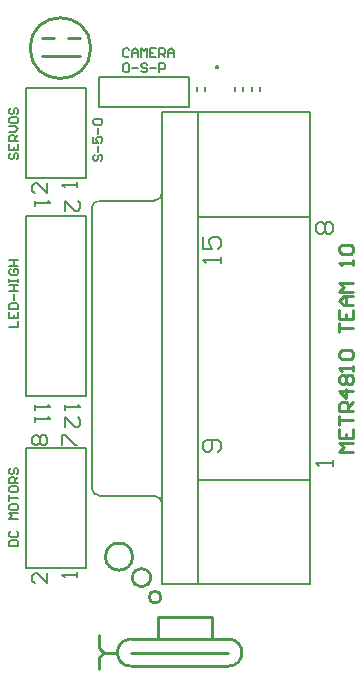
<source format=gto>
G04 Layer_Color=65535*
%FSLAX24Y24*%
%MOIN*%
G70*
G01*
G75*
%ADD12C,0.0100*%
%ADD21C,0.0079*%
%ADD22C,0.0050*%
%ADD23C,0.0059*%
%ADD24C,0.0080*%
D12*
X1212Y19450D02*
G03*
X1212Y19450I-1012J0D01*
G01*
X3554Y1150D02*
G03*
X3554Y1150I-200J0D01*
G01*
X3208Y1800D02*
G03*
X3208Y1800I-304J0D01*
G01*
X2607Y2500D02*
G03*
X2607Y2500I-453J0D01*
G01*
X5800Y-1150D02*
G03*
X5800Y-250I0J450D01*
G01*
X2550D02*
G03*
X2550Y-1150I0J-450D01*
G01*
X-400Y19800D02*
X0D01*
X450D02*
X850D01*
X-400Y19200D02*
X850D01*
X2550Y-250D02*
X5800D01*
X5250D02*
Y500D01*
X3450Y-250D02*
Y500D01*
X5250D01*
X1650Y-700D02*
X2100D01*
X1500Y-550D02*
X1650Y-700D01*
X1500Y-550D02*
Y-100D01*
Y-850D02*
X1650Y-700D01*
X1500Y-1250D02*
Y-850D01*
X2550Y-700D02*
X5800D01*
X2550Y-1150D02*
X5800D01*
X9950Y6000D02*
X9500D01*
X9650Y6150D01*
X9500Y6300D01*
X9950D01*
X9500Y6750D02*
Y6450D01*
X9950D01*
Y6750D01*
X9725Y6450D02*
Y6600D01*
X9500Y6900D02*
Y7200D01*
Y7050D01*
X9950D01*
Y7350D02*
X9500D01*
Y7574D01*
X9575Y7649D01*
X9725D01*
X9800Y7574D01*
Y7350D01*
Y7500D02*
X9950Y7649D01*
Y8024D02*
X9500D01*
X9725Y7799D01*
Y8099D01*
X9575Y8249D02*
X9500Y8324D01*
Y8474D01*
X9575Y8549D01*
X9650D01*
X9725Y8474D01*
X9800Y8549D01*
X9875D01*
X9950Y8474D01*
Y8324D01*
X9875Y8249D01*
X9800D01*
X9725Y8324D01*
X9650Y8249D01*
X9575D01*
X9725Y8324D02*
Y8474D01*
X9950Y8699D02*
Y8849D01*
Y8774D01*
X9500D01*
X9575Y8699D01*
Y9074D02*
X9500Y9149D01*
Y9299D01*
X9575Y9374D01*
X9875D01*
X9950Y9299D01*
Y9149D01*
X9875Y9074D01*
X9575D01*
X9500Y9974D02*
Y10274D01*
Y10124D01*
X9950D01*
X9500Y10723D02*
Y10424D01*
X9950D01*
Y10723D01*
X9725Y10424D02*
Y10574D01*
X9950Y10873D02*
X9650D01*
X9500Y11023D01*
X9650Y11173D01*
X9950D01*
X9725D01*
Y10873D01*
X9950Y11323D02*
X9500D01*
X9650Y11473D01*
X9500Y11623D01*
X9950D01*
Y12223D02*
Y12373D01*
Y12298D01*
X9500D01*
X9575Y12223D01*
Y12598D02*
X9500Y12673D01*
Y12823D01*
X9575Y12898D01*
X9875D01*
X9950Y12823D01*
Y12673D01*
X9875Y12598D01*
X9575D01*
D21*
X3324Y14371D02*
G03*
X3598Y14645I0J274D01*
G01*
Y4255D02*
G03*
X3324Y4529I-274J0D01*
G01*
X1511Y14369D02*
G03*
X1238Y14096I0J-274D01*
G01*
Y4804D02*
G03*
X1511Y4531I274J0D01*
G01*
X4781Y1576D02*
Y17324D01*
Y5064D02*
X8521D01*
X3600Y1576D02*
Y17324D01*
X4781Y13836D02*
X8521D01*
Y1576D02*
Y17324D01*
X1238Y4804D02*
Y14096D01*
X1513Y4529D02*
X3324D01*
X1513Y14371D02*
X3324D01*
X3600Y1576D02*
X8521D01*
X3600Y17324D02*
X8521D01*
X1059Y2117D02*
Y6117D01*
X-941Y2117D02*
Y6117D01*
Y2117D02*
X1059D01*
X-941Y6117D02*
X1059D01*
X5013Y18005D02*
Y18162D01*
X4738Y18005D02*
Y18162D01*
X6021Y18005D02*
Y18162D01*
X6296Y18005D02*
Y18162D01*
X6869Y18005D02*
Y18162D01*
X6593Y18005D02*
Y18162D01*
X-941Y18120D02*
X1059D01*
X-941Y15120D02*
X1059D01*
X-941D02*
Y18120D01*
X1059Y15120D02*
Y18120D01*
Y16203D02*
Y18120D01*
X1500Y18503D02*
X4500D01*
X1500Y17503D02*
Y18503D01*
Y17503D02*
X4500D01*
Y18503D01*
X-941Y7860D02*
Y13860D01*
Y7860D02*
X1059D01*
Y13860D01*
X-941D02*
X1059D01*
D22*
X5400Y18800D02*
Y18850D01*
X5450D01*
Y18800D01*
X5400D01*
X-1500Y2850D02*
X-1200D01*
Y3000D01*
X-1250Y3050D01*
X-1450D01*
X-1500Y3000D01*
Y2850D01*
X-1450Y3350D02*
X-1500Y3300D01*
Y3200D01*
X-1450Y3150D01*
X-1250D01*
X-1200Y3200D01*
Y3300D01*
X-1250Y3350D01*
X-1200Y3750D02*
X-1500D01*
X-1400Y3850D01*
X-1500Y3950D01*
X-1200D01*
X-1500Y4200D02*
Y4100D01*
X-1450Y4050D01*
X-1250D01*
X-1200Y4100D01*
Y4200D01*
X-1250Y4250D01*
X-1450D01*
X-1500Y4200D01*
Y4350D02*
Y4549D01*
Y4449D01*
X-1200D01*
X-1500Y4799D02*
Y4699D01*
X-1450Y4649D01*
X-1250D01*
X-1200Y4699D01*
Y4799D01*
X-1250Y4849D01*
X-1450D01*
X-1500Y4799D01*
X-1200Y4949D02*
X-1500D01*
Y5099D01*
X-1450Y5149D01*
X-1350D01*
X-1300Y5099D01*
Y4949D01*
Y5049D02*
X-1200Y5149D01*
X-1450Y5449D02*
X-1500Y5399D01*
Y5299D01*
X-1450Y5249D01*
X-1400D01*
X-1350Y5299D01*
Y5399D01*
X-1300Y5449D01*
X-1250D01*
X-1200Y5399D01*
Y5299D01*
X-1250Y5249D01*
X-1500Y10150D02*
X-1200D01*
Y10350D01*
X-1500Y10650D02*
Y10450D01*
X-1200D01*
Y10650D01*
X-1350Y10450D02*
Y10550D01*
X-1500Y10750D02*
X-1200D01*
Y10900D01*
X-1250Y10950D01*
X-1450D01*
X-1500Y10900D01*
Y10750D01*
X-1350Y11050D02*
Y11250D01*
X-1500Y11350D02*
X-1200D01*
X-1350D01*
Y11550D01*
X-1500D01*
X-1200D01*
X-1500Y11650D02*
Y11749D01*
Y11700D01*
X-1200D01*
Y11650D01*
Y11749D01*
X-1450Y12099D02*
X-1500Y12049D01*
Y11949D01*
X-1450Y11899D01*
X-1250D01*
X-1200Y11949D01*
Y12049D01*
X-1250Y12099D01*
X-1350D01*
Y11999D01*
X-1500Y12199D02*
X-1200D01*
X-1350D01*
Y12399D01*
X-1500D01*
X-1200D01*
X2500Y19400D02*
X2450Y19450D01*
X2350D01*
X2300Y19400D01*
Y19200D01*
X2350Y19150D01*
X2450D01*
X2500Y19200D01*
X2600Y19150D02*
Y19350D01*
X2700Y19450D01*
X2800Y19350D01*
Y19150D01*
Y19300D01*
X2600D01*
X2900Y19150D02*
Y19450D01*
X3000Y19350D01*
X3100Y19450D01*
Y19150D01*
X3400Y19450D02*
X3200D01*
Y19150D01*
X3400D01*
X3200Y19300D02*
X3300D01*
X3500Y19150D02*
Y19450D01*
X3650D01*
X3700Y19400D01*
Y19300D01*
X3650Y19250D01*
X3500D01*
X3600D02*
X3700Y19150D01*
X3800D02*
Y19350D01*
X3899Y19450D01*
X3999Y19350D01*
Y19150D01*
Y19300D01*
X3800D01*
X2300Y18900D02*
X2350Y18950D01*
X2450D01*
X2500Y18900D01*
Y18700D01*
X2450Y18650D01*
X2350D01*
X2300Y18700D01*
Y18900D01*
X2600Y18800D02*
X2800D01*
X3100Y18900D02*
X3050Y18950D01*
X2950D01*
X2900Y18900D01*
Y18850D01*
X2950Y18800D01*
X3050D01*
X3100Y18750D01*
Y18700D01*
X3050Y18650D01*
X2950D01*
X2900Y18700D01*
X3200Y18800D02*
X3400D01*
X3500Y18650D02*
Y18950D01*
X3650D01*
X3700Y18900D01*
Y18800D01*
X3650Y18750D01*
X3500D01*
X-1450Y15950D02*
X-1500Y15900D01*
Y15800D01*
X-1450Y15750D01*
X-1400D01*
X-1350Y15800D01*
Y15900D01*
X-1300Y15950D01*
X-1250D01*
X-1200Y15900D01*
Y15800D01*
X-1250Y15750D01*
X-1500Y16250D02*
Y16050D01*
X-1200D01*
Y16250D01*
X-1350Y16050D02*
Y16150D01*
X-1200Y16350D02*
X-1500D01*
Y16500D01*
X-1450Y16550D01*
X-1350D01*
X-1300Y16500D01*
Y16350D01*
Y16450D02*
X-1200Y16550D01*
X-1500Y16650D02*
X-1300D01*
X-1200Y16750D01*
X-1300Y16850D01*
X-1500D01*
Y17100D02*
Y17000D01*
X-1450Y16950D01*
X-1250D01*
X-1200Y17000D01*
Y17100D01*
X-1250Y17150D01*
X-1450D01*
X-1500Y17100D01*
X-1450Y17449D02*
X-1500Y17399D01*
Y17299D01*
X-1450Y17250D01*
X-1400D01*
X-1350Y17299D01*
Y17399D01*
X-1300Y17449D01*
X-1250D01*
X-1200Y17399D01*
Y17299D01*
X-1250Y17250D01*
X1350Y15900D02*
X1300Y15850D01*
Y15750D01*
X1350Y15700D01*
X1400D01*
X1450Y15750D01*
Y15850D01*
X1500Y15900D01*
X1550D01*
X1600Y15850D01*
Y15750D01*
X1550Y15700D01*
X1450Y16000D02*
Y16200D01*
X1300Y16500D02*
Y16300D01*
X1450D01*
X1400Y16400D01*
Y16450D01*
X1450Y16500D01*
X1550D01*
X1600Y16450D01*
Y16350D01*
X1550Y16300D01*
X1450Y16600D02*
Y16800D01*
X1350Y16900D02*
X1300Y16950D01*
Y17050D01*
X1350Y17100D01*
X1550D01*
X1600Y17050D01*
Y16950D01*
X1550Y16900D01*
X1350D01*
D23*
X5460Y5982D02*
X5559Y6080D01*
Y6277D01*
X5460Y6375D01*
X5067D01*
X4968Y6277D01*
Y6080D01*
X5067Y5982D01*
X5165D01*
X5263Y6080D01*
Y6375D01*
X5559Y12279D02*
Y12476D01*
Y12377D01*
X4968D01*
X5067Y12279D01*
X4968Y13164D02*
Y12771D01*
X5263D01*
X5165Y12967D01*
Y13066D01*
X5263Y13164D01*
X5460D01*
X5559Y13066D01*
Y12869D01*
X5460Y12771D01*
X8807Y13250D02*
X8708Y13348D01*
Y13545D01*
X8807Y13644D01*
X8905D01*
X9004Y13545D01*
X9102Y13644D01*
X9200D01*
X9299Y13545D01*
Y13348D01*
X9200Y13250D01*
X9102D01*
X9004Y13348D01*
X8905Y13250D01*
X8807D01*
X9004Y13348D02*
Y13545D01*
X9299Y5535D02*
Y5731D01*
Y5633D01*
X8708D01*
X8807Y5535D01*
D24*
X-241Y1950D02*
Y1617D01*
X-574Y1950D01*
X-658D01*
X-741Y1867D01*
Y1700D01*
X-658Y1617D01*
X759Y1817D02*
Y1983D01*
Y1900D01*
X259D01*
X342Y1817D01*
X259Y6217D02*
Y6550D01*
X342D01*
X676Y6217D01*
X759D01*
X-658D02*
X-741Y6300D01*
Y6467D01*
X-658Y6550D01*
X-574D01*
X-491Y6467D01*
X-408Y6550D01*
X-324D01*
X-241Y6467D01*
Y6300D01*
X-324Y6217D01*
X-408D01*
X-491Y6300D01*
X-574Y6217D01*
X-658D01*
X-491Y6300D02*
Y6467D01*
X-241Y14953D02*
Y14620D01*
X-574Y14953D01*
X-658D01*
X-741Y14870D01*
Y14703D01*
X-658Y14620D01*
X759Y14820D02*
Y14986D01*
Y14903D01*
X259D01*
X342Y14820D01*
X359Y7560D02*
Y7393D01*
Y7476D01*
X859D01*
X775Y7560D01*
X359Y6810D02*
Y7143D01*
X692Y6810D01*
X775D01*
X859Y6893D01*
Y7060D01*
X775Y7143D01*
X-641Y7160D02*
Y6993D01*
Y7076D01*
X-141D01*
X-225Y7160D01*
X-641Y7560D02*
Y7393D01*
Y7476D01*
X-141D01*
X-225Y7560D01*
X-641Y14360D02*
Y14193D01*
Y14276D01*
X-141D01*
X-225Y14360D01*
X359Y14026D02*
Y14360D01*
X692Y14026D01*
X775D01*
X859Y14110D01*
Y14276D01*
X775Y14360D01*
M02*

</source>
